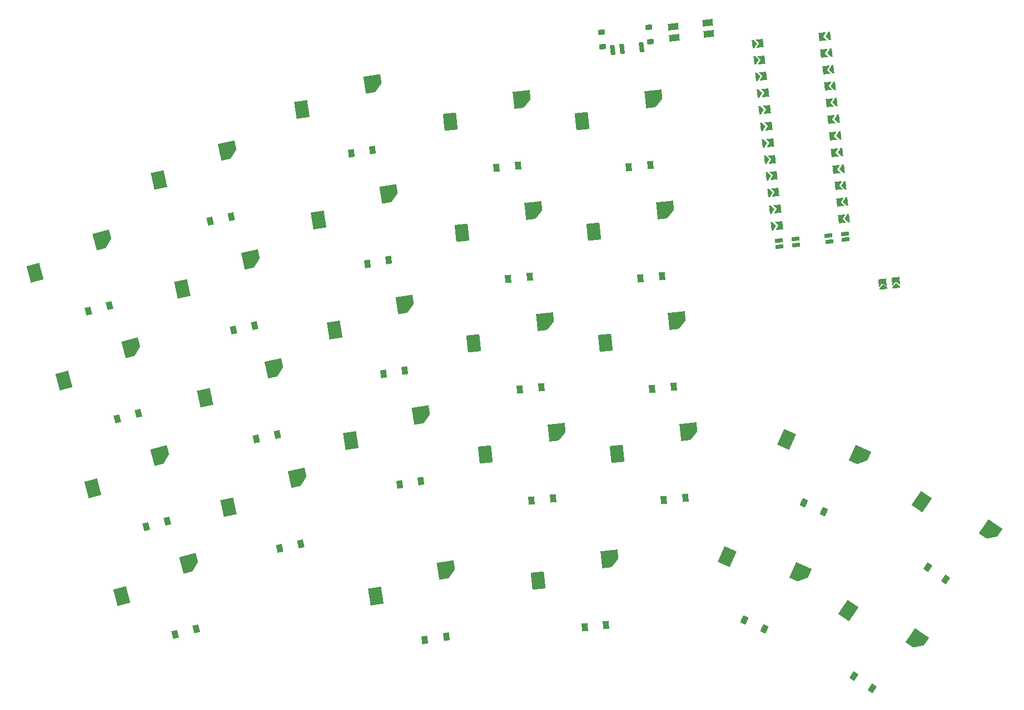
<source format=gbr>
%TF.GenerationSoftware,KiCad,Pcbnew,9.0.2*%
%TF.CreationDate,2025-05-27T05:35:02-06:00*%
%TF.ProjectId,keeb,6b656562-2e6b-4696-9361-645f70636258,v1.0.0*%
%TF.SameCoordinates,Original*%
%TF.FileFunction,Paste,Top*%
%TF.FilePolarity,Positive*%
%FSLAX46Y46*%
G04 Gerber Fmt 4.6, Leading zero omitted, Abs format (unit mm)*
G04 Created by KiCad (PCBNEW 9.0.2) date 2025-05-27 05:35:02*
%MOMM*%
%LPD*%
G01*
G04 APERTURE LIST*
G04 Aperture macros list*
%AMRotRect*
0 Rectangle, with rotation*
0 The origin of the aperture is its center*
0 $1 length*
0 $2 width*
0 $3 Rotation angle, in degrees counterclockwise*
0 Add horizontal line*
21,1,$1,$2,0,0,$3*%
%AMOutline5P*
0 Free polygon, 5 corners , with rotation*
0 The origin of the aperture is its center*
0 number of corners: always 5*
0 $1 to $10 corner X, Y*
0 $11 Rotation angle, in degrees counterclockwise*
0 create outline with 5 corners*
4,1,5,$1,$2,$3,$4,$5,$6,$7,$8,$9,$10,$1,$2,$11*%
%AMOutline6P*
0 Free polygon, 6 corners , with rotation*
0 The origin of the aperture is its center*
0 number of corners: always 6*
0 $1 to $12 corner X, Y*
0 $13 Rotation angle, in degrees counterclockwise*
0 create outline with 6 corners*
4,1,6,$1,$2,$3,$4,$5,$6,$7,$8,$9,$10,$11,$12,$1,$2,$13*%
%AMOutline7P*
0 Free polygon, 7 corners , with rotation*
0 The origin of the aperture is its center*
0 number of corners: always 7*
0 $1 to $14 corner X, Y*
0 $15 Rotation angle, in degrees counterclockwise*
0 create outline with 7 corners*
4,1,7,$1,$2,$3,$4,$5,$6,$7,$8,$9,$10,$11,$12,$13,$14,$1,$2,$15*%
%AMOutline8P*
0 Free polygon, 8 corners , with rotation*
0 The origin of the aperture is its center*
0 number of corners: always 8*
0 $1 to $16 corner X, Y*
0 $17 Rotation angle, in degrees counterclockwise*
0 create outline with 8 corners*
4,1,8,$1,$2,$3,$4,$5,$6,$7,$8,$9,$10,$11,$12,$13,$14,$15,$16,$1,$2,$17*%
%AMFreePoly0*
4,1,6,0.250000,0.000000,-0.250000,-0.625000,-0.500000,-0.625000,-0.500000,0.625000,-0.250000,0.625000,0.250000,0.000000,0.250000,0.000000,$1*%
%AMFreePoly1*
4,1,6,0.500000,-0.625000,-0.650000,-0.625000,-0.150000,0.000000,-0.650000,0.625000,0.500000,0.625000,0.500000,-0.625000,0.500000,-0.625000,$1*%
%AMFreePoly2*
4,1,6,0.600000,-0.200000,0.600000,-0.400000,-0.600000,-0.400000,-0.600000,-0.200000,0.000000,0.400000,0.600000,-0.200000,0.600000,-0.200000,$1*%
%AMFreePoly3*
4,1,6,0.600000,-1.000000,0.000000,-0.400000,-0.600000,-1.000000,-0.600000,0.250000,0.600000,0.250000,0.600000,-1.000000,0.600000,-1.000000,$1*%
G04 Aperture macros list end*
%ADD10Outline5P,-1.300000X1.300000X1.300000X1.300000X1.300000X-0.117000X0.117000X-1.300000X-1.300000X-1.300000X15.000000*%
%ADD11RotRect,2.000000X2.600000X15.000000*%
%ADD12Outline5P,-1.300000X1.300000X1.300000X1.300000X1.300000X-0.117000X0.117000X-1.300000X-1.300000X-1.300000X12.000000*%
%ADD13RotRect,2.000000X2.600000X12.000000*%
%ADD14Outline5P,-1.300000X1.300000X1.300000X1.300000X1.300000X-0.117000X0.117000X-1.300000X-1.300000X-1.300000X9.000000*%
%ADD15RotRect,2.000000X2.600000X9.000000*%
%ADD16Outline5P,-1.300000X1.300000X1.300000X1.300000X1.300000X-0.117000X0.117000X-1.300000X-1.300000X-1.300000X6.000000*%
%ADD17RotRect,2.000000X2.600000X6.000000*%
%ADD18Outline5P,-1.300000X1.300000X1.300000X1.300000X1.300000X-0.117000X0.117000X-1.300000X-1.300000X-1.300000X336.000000*%
%ADD19RotRect,2.000000X2.600000X336.000000*%
%ADD20Outline5P,-1.300000X1.300000X1.300000X1.300000X1.300000X-0.117000X0.117000X-1.300000X-1.300000X-1.300000X326.000000*%
%ADD21RotRect,2.000000X2.600000X326.000000*%
%ADD22RotRect,0.900000X1.200000X15.000000*%
%ADD23RotRect,0.900000X1.200000X12.000000*%
%ADD24RotRect,0.900000X1.200000X9.000000*%
%ADD25RotRect,0.900000X1.200000X6.000000*%
%ADD26RotRect,0.900000X1.200000X336.000000*%
%ADD27RotRect,0.900000X1.200000X326.000000*%
%ADD28FreePoly0,6.000000*%
%ADD29FreePoly1,6.000000*%
%ADD30FreePoly1,186.000000*%
%ADD31FreePoly0,186.000000*%
%ADD32RotRect,1.550000X1.000000X186.000000*%
%ADD33FreePoly2,6.000000*%
%ADD34FreePoly3,6.000000*%
%ADD35RotRect,1.000000X0.800000X186.000000*%
%ADD36RotRect,0.700000X1.500000X186.000000*%
%ADD37RotRect,0.600000X1.200000X96.000000*%
G04 APERTURE END LIST*
D10*
%TO.C,S1*%
X47223510Y-93984370D03*
D11*
X36926246Y-99021121D03*
%TD*%
D10*
%TO.C,S2*%
X42823586Y-77563631D03*
D11*
X32526322Y-82600382D03*
%TD*%
D10*
%TO.C,S3*%
X38423663Y-61142892D03*
D11*
X28126399Y-66179643D03*
%TD*%
D10*
%TO.C,S4*%
X34023739Y-44722153D03*
D11*
X23726475Y-49758904D03*
%TD*%
D12*
%TO.C,S5*%
X63719064Y-80950441D03*
D13*
X53172309Y-85441372D03*
%TD*%
D12*
%TO.C,S6*%
X60184565Y-64321931D03*
D13*
X49637810Y-68812862D03*
%TD*%
D12*
%TO.C,S7*%
X56650067Y-47693422D03*
D13*
X46103312Y-52184353D03*
%TD*%
D12*
%TO.C,S8*%
X53115568Y-31064913D03*
D13*
X42568813Y-35555844D03*
%TD*%
D14*
%TO.C,S9*%
X82535888Y-71375624D03*
D15*
X71768550Y-75308426D03*
%TD*%
D14*
%TO.C,S10*%
X80074040Y-54553635D03*
D15*
X69306702Y-58486437D03*
%TD*%
D14*
%TO.C,S11*%
X77612191Y-37731646D03*
D15*
X66844853Y-41664448D03*
%TD*%
D14*
%TO.C,S12*%
X75150343Y-20909657D03*
D15*
X64383005Y-24842459D03*
%TD*%
D14*
%TO.C,S13*%
X86389084Y-95064500D03*
D15*
X75621746Y-98997302D03*
%TD*%
D16*
%TO.C,S14*%
X103204513Y-74044718D03*
D17*
X92246104Y-77408611D03*
%TD*%
D16*
%TO.C,S15*%
X101427530Y-57137846D03*
D17*
X90469121Y-60501739D03*
%TD*%
D16*
%TO.C,S16*%
X99650546Y-40230974D03*
D17*
X88692137Y-43594867D03*
%TD*%
D16*
%TO.C,S17*%
X97873562Y-23324101D03*
D17*
X86915153Y-26687994D03*
%TD*%
D16*
%TO.C,S18*%
X123304008Y-73943192D03*
D17*
X112345599Y-77307085D03*
%TD*%
D16*
%TO.C,S19*%
X121527025Y-57036320D03*
D17*
X110568616Y-60400213D03*
%TD*%
D16*
%TO.C,S20*%
X119750041Y-40129448D03*
D17*
X108791632Y-43493341D03*
%TD*%
D16*
%TO.C,S21*%
X117973057Y-23222576D03*
D17*
X107014648Y-26586469D03*
%TD*%
D16*
%TO.C,S22*%
X111262214Y-93307985D03*
D17*
X100303805Y-96671878D03*
%TD*%
D18*
%TO.C,S23*%
X149372955Y-77673328D03*
D19*
X138200748Y-75107341D03*
%TD*%
D18*
%TO.C,S24*%
X140324676Y-95537501D03*
D19*
X129152469Y-92971514D03*
%TD*%
D20*
%TO.C,S25*%
X169290975Y-89110678D03*
D21*
X158734078Y-84643641D03*
%TD*%
D20*
%TO.C,S26*%
X158107117Y-105691430D03*
D21*
X147550220Y-101224393D03*
%TD*%
D22*
%TO.C,D1*%
X45041574Y-104870015D03*
X48229130Y-104015913D03*
%TD*%
%TO.C,D2*%
X40641651Y-88449276D03*
X43829207Y-87595174D03*
%TD*%
%TO.C,D3*%
X36241727Y-72028537D03*
X39429283Y-71174435D03*
%TD*%
%TO.C,D4*%
X31841803Y-55607798D03*
X35029359Y-54753696D03*
%TD*%
D23*
%TO.C,D5*%
X60970408Y-91706974D03*
X64198296Y-91020866D03*
%TD*%
%TO.C,D6*%
X57435909Y-75078465D03*
X60663797Y-74392357D03*
%TD*%
%TO.C,D7*%
X53901410Y-58449956D03*
X57129298Y-57763848D03*
%TD*%
%TO.C,D8*%
X50366912Y-41821446D03*
X53594800Y-41135338D03*
%TD*%
D24*
%TO.C,D9*%
X79228046Y-81973562D03*
X82487418Y-81457328D03*
%TD*%
%TO.C,D10*%
X76766197Y-65151573D03*
X80025569Y-64635339D03*
%TD*%
%TO.C,D11*%
X74304349Y-48329585D03*
X77563721Y-47813351D03*
%TD*%
%TO.C,D12*%
X71842501Y-31507596D03*
X75101873Y-30991362D03*
%TD*%
%TO.C,D13*%
X83081242Y-105662439D03*
X86340614Y-105146205D03*
%TD*%
D25*
%TO.C,D14*%
X99346551Y-84455014D03*
X102628473Y-84110070D03*
%TD*%
%TO.C,D15*%
X97569567Y-67548141D03*
X100851489Y-67203197D03*
%TD*%
%TO.C,D16*%
X95792584Y-50641269D03*
X99074506Y-50296325D03*
%TD*%
%TO.C,D17*%
X94015600Y-33734397D03*
X97297522Y-33389453D03*
%TD*%
%TO.C,D18*%
X119446046Y-84353488D03*
X122727968Y-84008544D03*
%TD*%
%TO.C,D19*%
X117669062Y-67446616D03*
X120950984Y-67101672D03*
%TD*%
%TO.C,D20*%
X115892078Y-50539744D03*
X119174000Y-50194800D03*
%TD*%
%TO.C,D21*%
X114115095Y-33632871D03*
X117397017Y-33287927D03*
%TD*%
%TO.C,D22*%
X107404252Y-103718281D03*
X110686174Y-103373337D03*
%TD*%
D26*
%TO.C,D23*%
X140826714Y-84759928D03*
X143841414Y-86102158D03*
%TD*%
%TO.C,D24*%
X131778436Y-102624101D03*
X134793136Y-103966331D03*
%TD*%
D27*
%TO.C,D25*%
X159643995Y-94605577D03*
X162379819Y-96450913D03*
%TD*%
%TO.C,D26*%
X148460137Y-111186329D03*
X151195961Y-113031665D03*
%TD*%
D28*
%TO.C,MCU1*%
X133403607Y-14813578D03*
D29*
X134124635Y-14737795D03*
D30*
X143622320Y-13739549D03*
D31*
X144343348Y-13663765D03*
D28*
X133669109Y-17339664D03*
D29*
X134390138Y-17263881D03*
D30*
X143887822Y-16265634D03*
D31*
X144608850Y-16189851D03*
D28*
X133934612Y-19865750D03*
D29*
X134655640Y-19789967D03*
D30*
X144153324Y-18791720D03*
D31*
X144874353Y-18715937D03*
D28*
X134200114Y-22391835D03*
D29*
X134921142Y-22316052D03*
D30*
X144418826Y-21317805D03*
D31*
X145139855Y-21242022D03*
D28*
X134465616Y-24917921D03*
D29*
X135186645Y-24842138D03*
D30*
X144684329Y-23843891D03*
D31*
X145405357Y-23768108D03*
D28*
X134731119Y-27444007D03*
D29*
X135452147Y-27368223D03*
D30*
X144949831Y-26369977D03*
D31*
X145670859Y-26294193D03*
D28*
X134996621Y-29970092D03*
D29*
X135717649Y-29894309D03*
D30*
X145215333Y-28896062D03*
D31*
X145936362Y-28820279D03*
D28*
X135262123Y-32496178D03*
D29*
X135983152Y-32420395D03*
D30*
X145480836Y-31422148D03*
D31*
X146201864Y-31346365D03*
D28*
X135527625Y-35022263D03*
D29*
X136248654Y-34946480D03*
D30*
X145746338Y-33948233D03*
D31*
X146467366Y-33872450D03*
D28*
X135793128Y-37548349D03*
D29*
X136514156Y-37472566D03*
D30*
X146011840Y-36474319D03*
D31*
X146732869Y-36398536D03*
D28*
X136058630Y-40074435D03*
D29*
X136779658Y-39998651D03*
D30*
X146277343Y-39000405D03*
D31*
X146998371Y-38924622D03*
D28*
X136324132Y-42600520D03*
D29*
X137045161Y-42524737D03*
D30*
X146542845Y-41526490D03*
D31*
X147263873Y-41450707D03*
%TD*%
D32*
%TO.C,RST1*%
X126158608Y-11653576D03*
X126336306Y-13344263D03*
X120937368Y-12202351D03*
X121115066Y-13893038D03*
%TD*%
D33*
%TO.C,JST1*%
X154873898Y-51671232D03*
X152884854Y-51880289D03*
D34*
X154767697Y-50660798D03*
X152778653Y-50869855D03*
%TD*%
D35*
%TO.C,PWR1*%
X109944019Y-13081284D03*
X110175026Y-15279177D03*
X117435036Y-14516119D03*
X117204028Y-12318226D03*
D36*
X116110649Y-15308898D03*
X113127083Y-15622484D03*
X111635301Y-15779277D03*
%TD*%
D37*
%TO.C,DISP1*%
X136983293Y-44853964D03*
X139509378Y-44588462D03*
X144561550Y-44057457D03*
X147087635Y-43791955D03*
X137077368Y-45749034D03*
X139603454Y-45483532D03*
X144655625Y-44952527D03*
X147181711Y-44687025D03*
%TD*%
M02*

</source>
